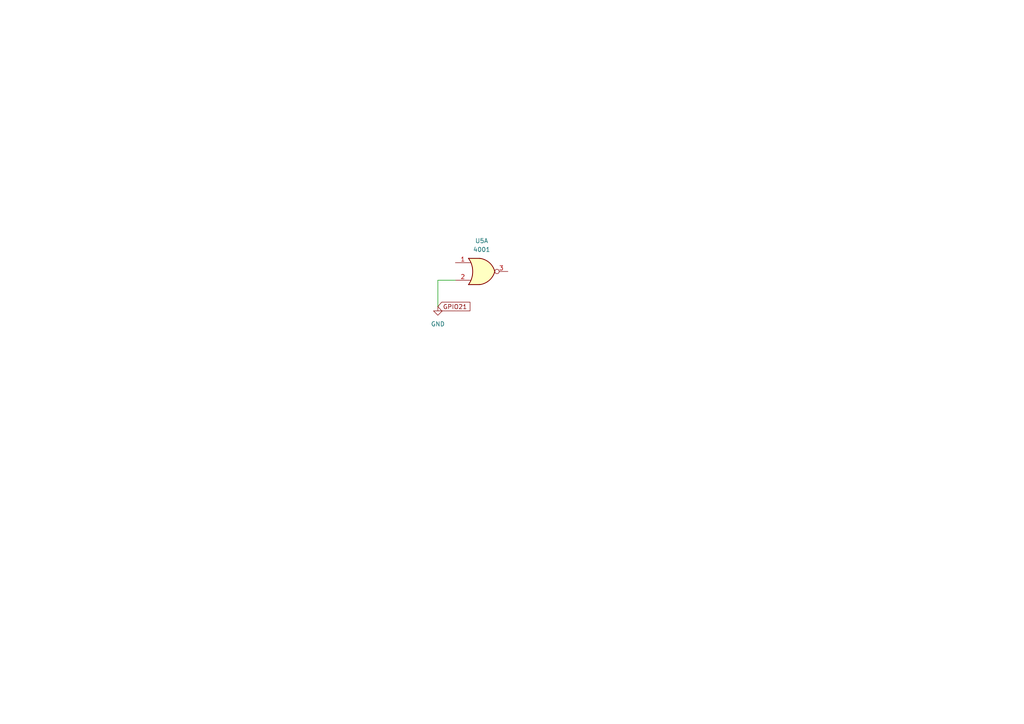
<source format=kicad_sch>
(kicad_sch (version 20231120) (generator "eeschema") (generator_version "8.0")
  (paper "A4")
  (lib_symbols
    (symbol "4xxx:4001" (pin_names (offset 1.016))
      (property "Reference" "U" (at 0 1.27 0))
      (property "Value" "4001" (at 0 -1.27 0))
      (symbol "4001_1_1"
        (arc (start -3.81 -3.81) (mid -2.589 0) (end -3.81 3.81) (stroke (width 0.254)))
        (arc (start -0.6096 -3.81) (mid 2.1842 -2.5851) (end 3.81 0) (stroke (width 0.254)) (fill (type background)))
        (polyline (pts (xy -3.81 -3.81) (xy -0.635 -3.81)) (stroke (width 0.254)) (fill (type background)))
        (polyline (pts (xy -3.81 3.81) (xy -0.635 3.81)) (stroke (width 0.254)) (fill (type background)))
        (polyline (pts (xy -0.635 3.81) (xy -3.81 3.81) (xy -3.81 3.81) (xy -3.556 3.4036) (xy -3.0226 2.2606) (xy -2.6924 1.0414) (xy -2.6162 -0.254) (xy -2.7686 -1.4986) (xy -3.175 -2.7178) (xy -3.81 -3.81) (xy -3.81 -3.81) (xy -0.635 -3.81)) (stroke (width -25.4)) (fill (type background)))
        (arc (start 3.81 0) (mid 2.1915 2.5936) (end -0.6096 3.81) (stroke (width 0.254)) (fill (type background)))
        (pin input line (at -7.62 2.54 0) (length 4.318) (name "~") (number "1"))
        (pin input line (at -7.62 -2.54 0) (length 4.318) (name "~") (number "2"))
        (pin output inverted (at 7.62 0 180) (length 3.81) (name "~") (number "3"))
      )
      (symbol "4001_1_2"
        (arc (start 0 -3.81) (mid 3.7934 0) (end 0 3.81) (stroke (width 0.254)) (fill (type background)))
        (polyline (pts (xy 0 3.81) (xy -3.81 3.81) (xy -3.81 -3.81) (xy 0 -3.81)) (stroke (width 0.254)) (fill (type background)))
        (pin input inverted (at -7.62 2.54 0) (length 3.81) (name "~") (number "1"))
        (pin input inverted (at -7.62 -2.54 0) (length 3.81) (name "~") (number "2"))
        (pin output line (at 7.62 0 180) (length 3.81) (name "~") (number "3"))
      )
      (symbol "4001_2_1"
        (arc (start -3.81 -3.81) (mid -2.589 0) (end -3.81 3.81) (stroke (width 0.254)))
        (arc (start -0.6096 -3.81) (mid 2.1842 -2.5851) (end 3.81 0) (stroke (width 0.254)) (fill (type background)))
        (polyline (pts (xy -3.81 -3.81) (xy -0.635 -3.81)) (stroke (width 0.254)) (fill (type background)))
        (polyline (pts (xy -3.81 3.81) (xy -0.635 3.81)) (stroke (width 0.254)) (fill (type background)))
        (polyline (pts (xy -0.635 3.81) (xy -3.81 3.81) (xy -3.81 3.81) (xy -3.556 3.4036) (xy -3.0226 2.2606) (xy -2.6924 1.0414) (xy -2.6162 -0.254) (xy -2.7686 -1.4986) (xy -3.175 -2.7178) (xy -3.81 -3.81) (xy -3.81 -3.81) (xy -0.635 -3.81)) (stroke (width -25.4)) (fill (type background)))
        (arc (start 3.81 0) (mid 2.1915 2.5936) (end -0.6096 3.81) (stroke (width 0.254)) (fill (type background)))
        (pin output inverted (at 7.62 0 180) (length 3.81) (name "~") (number "4"))
        (pin input line (at -7.62 2.54 0) (length 4.318) (name "~") (number "5"))
        (pin input line (at -7.62 -2.54 0) (length 4.318) (name "~") (number "6"))
      )
      (symbol "4001_2_2"
        (arc (start 0 -3.81) (mid 3.7934 0) (end 0 3.81) (stroke (width 0.254)) (fill (type background)))
        (polyline (pts (xy 0 3.81) (xy -3.81 3.81) (xy -3.81 -3.81) (xy 0 -3.81)) (stroke (width 0.254)) (fill (type background)))
        (pin output line (at 7.62 0 180) (length 3.81) (name "~") (number "4"))
        (pin input inverted (at -7.62 2.54 0) (length 3.81) (name "~") (number "5"))
        (pin input inverted (at -7.62 -2.54 0) (length 3.81) (name "~") (number "6"))
      )
      (symbol "4001_3_1"
        (arc (start -3.81 -3.81) (mid -2.589 0) (end -3.81 3.81) (stroke (width 0.254)))
        (arc (start -0.6096 -3.81) (mid 2.1842 -2.5851) (end 3.81 0) (stroke (width 0.254)) (fill (type background)))
        (polyline (pts (xy -3.81 -3.81) (xy -0.635 -3.81)) (stroke (width 0.254)) (fill (type background)))
        (polyline (pts (xy -3.81 3.81) (xy -0.635 3.81)) (stroke (width 0.254)) (fill (type background)))
        (polyline (pts (xy -0.635 3.81) (xy -3.81 3.81) (xy -3.81 3.81) (xy -3.556 3.4036) (xy -3.0226 2.2606) (xy -2.6924 1.0414) (xy -2.6162 -0.254) (xy -2.7686 -1.4986) (xy -3.175 -2.7178) (xy -3.81 -3.81) (xy -3.81 -3.81) (xy -0.635 -3.81)) (stroke (width -25.4)) (fill (type background)))
        (arc (start 3.81 0) (mid 2.1915 2.5936) (end -0.6096 3.81) (stroke (width 0.254)) (fill (type background)))
        (pin output inverted (at 7.62 0 180) (length 3.81) (name "~") (number "10"))
        (pin input line (at -7.62 2.54 0) (length 4.318) (name "~") (number "8"))
        (pin input line (at -7.62 -2.54 0) (length 4.318) (name "~") (number "9"))
      )
      (symbol "4001_3_2"
        (arc (start 0 -3.81) (mid 3.7934 0) (end 0 3.81) (stroke (width 0.254)) (fill (type background)))
        (polyline (pts (xy 0 3.81) (xy -3.81 3.81) (xy -3.81 -3.81) (xy 0 -3.81)) (stroke (width 0.254)) (fill (type background)))
        (pin output line (at 7.62 0 180) (length 3.81) (name "~") (number "10"))
        (pin input inverted (at -7.62 2.54 0) (length 3.81) (name "~") (number "8"))
        (pin input inverted (at -7.62 -2.54 0) (length 3.81) (name "~") (number "9"))
      )
      (symbol "4001_4_1"
        (arc (start -3.81 -3.81) (mid -2.589 0) (end -3.81 3.81) (stroke (width 0.254)))
        (arc (start -0.6096 -3.81) (mid 2.1842 -2.5851) (end 3.81 0) (stroke (width 0.254)) (fill (type background)))
        (polyline (pts (xy -3.81 -3.81) (xy -0.635 -3.81)) (stroke (width 0.254)) (fill (type background)))
        (polyline (pts (xy -3.81 3.81) (xy -0.635 3.81)) (stroke (width 0.254)) (fill (type background)))
        (polyline (pts (xy -0.635 3.81) (xy -3.81 3.81) (xy -3.81 3.81) (xy -3.556 3.4036) (xy -3.0226 2.2606) (xy -2.6924 1.0414) (xy -2.6162 -0.254) (xy -2.7686 -1.4986) (xy -3.175 -2.7178) (xy -3.81 -3.81) (xy -3.81 -3.81) (xy -0.635 -3.81)) (stroke (width -25.4)) (fill (type background)))
        (arc (start 3.81 0) (mid 2.1915 2.5936) (end -0.6096 3.81) (stroke (width 0.254)) (fill (type background)))
        (pin output inverted (at 7.62 0 180) (length 3.81) (name "~") (number "11"))
        (pin input line (at -7.62 2.54 0) (length 4.318) (name "~") (number "12"))
        (pin input line (at -7.62 -2.54 0) (length 4.318) (name "~") (number "13"))
      )
      (symbol "4001_4_2"
        (arc (start 0 -3.81) (mid 3.7934 0) (end 0 3.81) (stroke (width 0.254)) (fill (type background)))
        (polyline (pts (xy 0 3.81) (xy -3.81 3.81) (xy -3.81 -3.81) (xy 0 -3.81)) (stroke (width 0.254)) (fill (type background)))
        (pin output line (at 7.62 0 180) (length 3.81) (name "~") (number "11"))
        (pin input inverted (at -7.62 2.54 0) (length 3.81) (name "~") (number "12"))
        (pin input inverted (at -7.62 -2.54 0) (length 3.81) (name "~") (number "13"))
      )
      (symbol "4001_5_0"
        (pin power_in line (at 0 12.7 270) (length 5.08) (name "VDD") (number "14"))
        (pin power_in line (at 0 -12.7 90) (length 5.08) (name "VSS") (number "7"))
      )
      (symbol "4001_5_1"
        (rectangle (start -5.08 7.62) (end 5.08 -7.62) (stroke (width 0.254)) (fill (type background)))
      )
    )
    (symbol "power:GND" (power) (pin_numbers hide) (pin_names (offset 0) hide)
      (property "Value" "GND" (at 0 -3.81 0))
      (symbol "GND_0_1"
        (polyline (pts (xy 0 0) (xy 0 -1.27) (xy 1.27 -1.27) (xy 0 -2.54) (xy -1.27 -1.27) (xy 0 -1.27)))
      )
      (symbol "GND_1_1"
        (pin power_in line (at 0 0 270) (length 0) (name "~") (number "1"))
      )
    )
  )
  (wire (pts (xy 132.08 81.28) (xy 127 81.28)))
  (wire (pts (xy 127 81.28) (xy 127 88.9)))
  (global_label "GPIO21" (shape input) (at 127 88.9 0) (property "Intersheetrefs" "${INTERSHEET_REFS}" (effects (hide yes))))
  (symbol (lib_id "4xxx:4001") (at 139.7 78.74 0) (unit 1)
    (property "Reference" "U5" (at 139.7 69.85 0))
    (property "Value" "4001" (at 139.7 72.39 0))
    (property "Footprint" "Battery:BatteryHolder_Keystone_2468_2xAAA" (effects (hide yes)))
    (property "Datasheet" "http://www.intersil.com/content/dam/Intersil/documents/cd40/cd4000bms-01bms-02bms-25bms.pdf" (effects (hide yes)))
    (property "Description" "Quad Nor 2 inputs" (effects (hide yes)))
  )
  (symbol (lib_id "power:GND") (at 127 88.9 0) (unit 1)
    (property "Reference" "#PWR03" (effects (hide yes)))
    (property "Value" "GND" (at 127 93.98 0))
    (property "Description" "Power symbol creates a global label with name \"GND\" , ground" (effects (hide yes)))
  )
)
</source>
